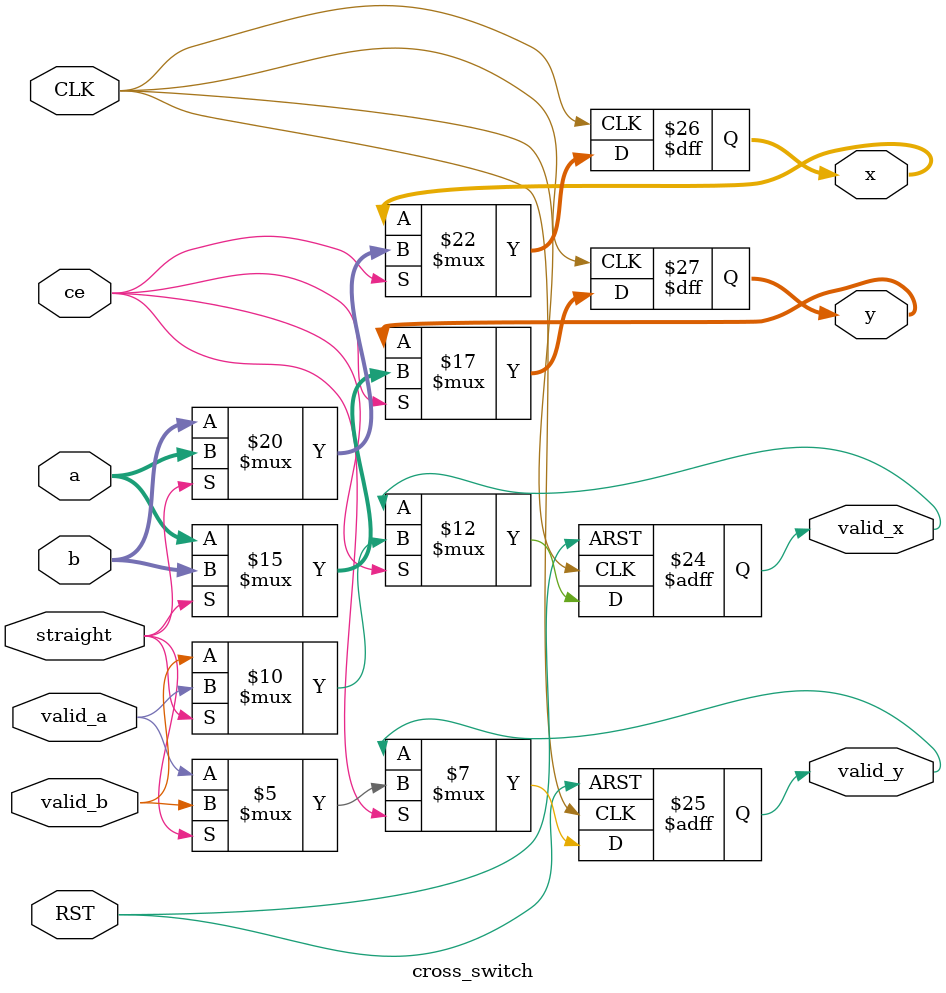
<source format=v>

module cross_switch
  #(parameter width=8)
  (
   input                  CLK,
   input                  RST,

   input                  ce,
   input                  straight,

   input                  valid_a,
   input [width-1:0]      a,

   input                  valid_b,
   input [width-1:0]      b,

   output reg             valid_x, 
   output reg [width-1:0] x,
   output reg             valid_y,
   output reg [width-1:0] y
   );

   always @(posedge CLK) begin
      if (ce) begin
         if (straight) begin
            x <= a;
            y <= b;
         end
         else begin
            x <= b;
            y <= a;
         end
      end
   end // always @ (posedge CLK)

   always @(posedge CLK or negedge RST)
     if (!RST) begin
        valid_x <= 1'b0;
        valid_y <= 1'b0;
     end else begin
        if (ce) begin
           if (straight) begin
              valid_x <= valid_a;
              valid_y <= valid_b;
           end else begin
              valid_x <= valid_b;
              valid_y <= valid_a;
           end
        end
     end


endmodule // cross_switch


</source>
